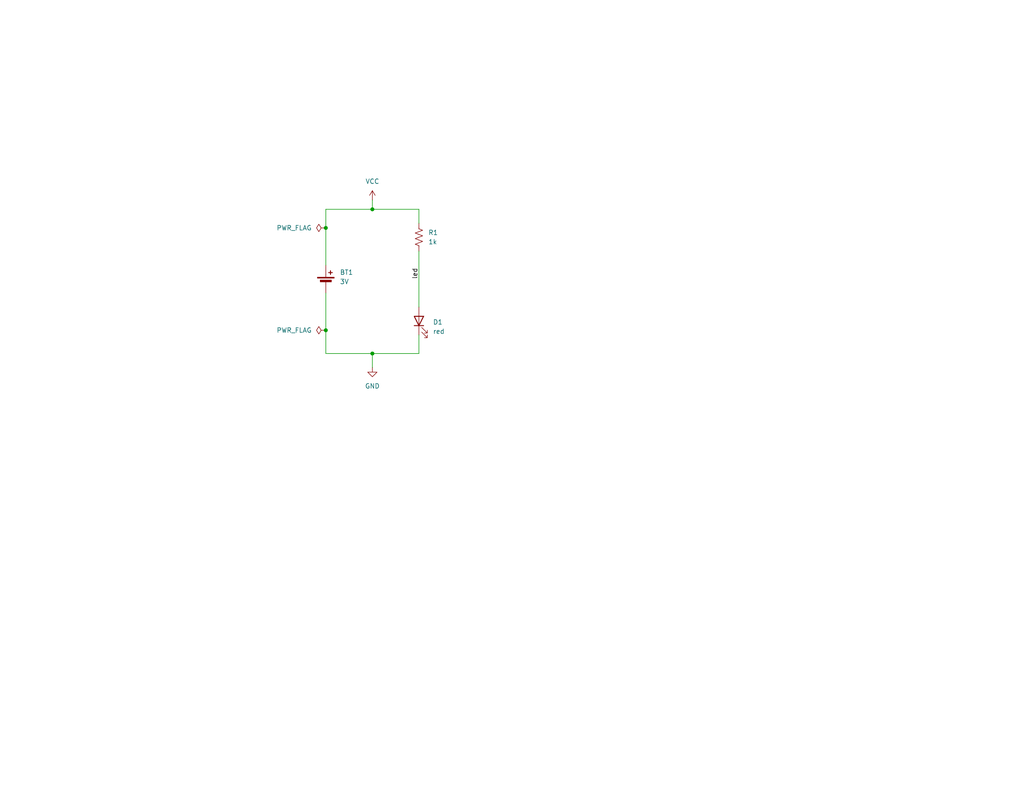
<source format=kicad_sch>
(kicad_sch (version 20231120) (generator "eeschema") (generator_version "8.0")
  (paper "A")
  (title_block (title "Getting Started in KiCad 8.0"))
  (lib_symbols
    (symbol "Device:Battery_Cell" (pin_numbers hide) (pin_names (offset 0) hide)
      (property "Reference" "BT" (at 2.54 2.54 0))
      (property "Value" "Battery_Cell" (at 2.54 0 0))
      (symbol "Battery_Cell_0_1"
        (rectangle (start -2.286 1.778) (end 2.286 1.524) (fill (type outline)))
        (rectangle (start -1.524 1.016) (end 1.524 0.508) (fill (type outline)))
        (polyline (pts (xy 0 0.762) (xy 0 0)))
        (polyline (pts (xy 0 1.778) (xy 0 2.54)))
        (polyline (pts (xy 0.762 3.048) (xy 1.778 3.048)) (stroke (width 0.254)))
        (polyline (pts (xy 1.27 3.556) (xy 1.27 2.54)) (stroke (width 0.254)))
      )
      (symbol "Battery_Cell_1_1"
        (pin passive line (at 0 5.08 270) (length 2.54) (name "+") (number "1"))
        (pin passive line (at 0 -2.54 90) (length 2.54) (name "-") (number "2"))
      )
    )
    (symbol "Device:LED" (pin_numbers hide) (pin_names (offset 1.016) hide)
      (property "Reference" "D" (at 0 2.54 0))
      (property "Value" "LED" (at 0 -2.54 0))
      (symbol "LED_0_1"
        (polyline (pts (xy -1.27 -1.27) (xy -1.27 1.27)) (stroke (width 0.254)))
        (polyline (pts (xy -1.27 0) (xy 1.27 0)))
        (polyline (pts (xy 1.27 -1.27) (xy 1.27 1.27) (xy -1.27 0) (xy 1.27 -1.27)) (stroke (width 0.254)))
        (polyline (pts (xy -3.048 -0.762) (xy -4.572 -2.286) (xy -3.81 -2.286) (xy -4.572 -2.286) (xy -4.572 -1.524)))
        (polyline (pts (xy -1.778 -0.762) (xy -3.302 -2.286) (xy -2.54 -2.286) (xy -3.302 -2.286) (xy -3.302 -1.524)))
      )
      (symbol "LED_1_1"
        (pin passive line (at -3.81 0 0) (length 2.54) (name "K") (number "1"))
        (pin passive line (at 3.81 0 180) (length 2.54) (name "A") (number "2"))
      )
    )
    (symbol "Device:R_US" (pin_numbers hide) (pin_names (offset 0))
      (property "Reference" "R" (at 2.54 0 90))
      (property "Value" "R_US" (at -2.54 0 90))
      (symbol "R_US_0_1"
        (polyline (pts (xy 0 -2.286) (xy 0 -2.54)))
        (polyline (pts (xy 0 2.286) (xy 0 2.54)))
        (polyline (pts (xy 0 -0.762) (xy 1.016 -1.143) (xy 0 -1.524) (xy -1.016 -1.905) (xy 0 -2.286)))
        (polyline (pts (xy 0 0.762) (xy 1.016 0.381) (xy 0 0) (xy -1.016 -0.381) (xy 0 -0.762)))
        (polyline (pts (xy 0 2.286) (xy 1.016 1.905) (xy 0 1.524) (xy -1.016 1.143) (xy 0 0.762)))
      )
      (symbol "R_US_1_1"
        (pin passive line (at 0 3.81 270) (length 1.27) (name "~") (number "1"))
        (pin passive line (at 0 -3.81 90) (length 1.27) (name "~") (number "2"))
      )
    )
    (symbol "power:GND" (power) (pin_numbers hide) (pin_names (offset 0) hide)
      (property "Value" "GND" (at 0 -3.81 0))
      (symbol "GND_0_1"
        (polyline (pts (xy 0 0) (xy 0 -1.27) (xy 1.27 -1.27) (xy 0 -2.54) (xy -1.27 -1.27) (xy 0 -1.27)))
      )
      (symbol "GND_1_1"
        (pin power_in line (at 0 0 270) (length 0) (name "~") (number "1"))
      )
    )
    (symbol "power:PWR_FLAG" (power) (pin_numbers hide) (pin_names (offset 0) hide)
      (property "Value" "PWR_FLAG" (at 0 3.81 0))
      (symbol "PWR_FLAG_0_0"
        (pin power_out line (at 0 0 90) (length 0) (name "~") (number "1"))
      )
      (symbol "PWR_FLAG_0_1"
        (polyline (pts (xy 0 0) (xy 0 1.27) (xy -1.016 1.905) (xy 0 2.54) (xy 1.016 1.905) (xy 0 1.27)))
      )
    )
    (symbol "power:VCC" (power) (pin_numbers hide) (pin_names (offset 0) hide)
      (property "Value" "VCC" (at 0 3.556 0))
      (symbol "VCC_0_1"
        (polyline (pts (xy -0.762 1.27) (xy 0 2.54)))
        (polyline (pts (xy 0 0) (xy 0 2.54)))
        (polyline (pts (xy 0 2.54) (xy 0.762 1.27)))
      )
      (symbol "VCC_1_1"
        (pin power_in line (at 0 0 90) (length 0) (name "~") (number "1"))
      )
    )
  )
  (junction (at 101.6 57.15))
  (junction (at 88.9 90.17))
  (junction (at 101.6 96.52))
  (junction (at 88.9 62.23))
  (wire (pts (xy 114.3 68.58) (xy 114.3 83.82)))
  (wire (pts (xy 101.6 96.52) (xy 101.6 100.33)))
  (wire (pts (xy 88.9 90.17) (xy 88.9 96.52)))
  (wire (pts (xy 114.3 57.15) (xy 101.6 57.15)))
  (wire (pts (xy 101.6 54.61) (xy 101.6 57.15)))
  (wire (pts (xy 114.3 91.44) (xy 114.3 96.52)))
  (wire (pts (xy 88.9 96.52) (xy 101.6 96.52)))
  (wire (pts (xy 88.9 80.01) (xy 88.9 90.17)))
  (wire (pts (xy 88.9 62.23) (xy 88.9 72.39)))
  (wire (pts (xy 101.6 57.15) (xy 88.9 57.15)))
  (wire (pts (xy 101.6 96.52) (xy 114.3 96.52)))
  (wire (pts (xy 88.9 57.15) (xy 88.9 62.23)))
  (wire (pts (xy 114.3 60.96) (xy 114.3 57.15)))
  (label "led" (at 114.3 76.2 90))
  (symbol (lib_id "Device:R_US") (at 114.3 64.77 180) (unit 1)
    (property "Reference" "R1" (at 116.84 63.4999 0) (effects (justify right)))
    (property "Value" "1k" (at 116.84 66.0399 0) (effects (justify right)))
    (property "Footprint" "Resistor_THT:R_Axial_DIN0309_L9.0mm_D3.2mm_P12.70mm_Horizontal" (effects (hide yes)))
    (property "Description" "Resistor, US symbol" (effects (hide yes)))
  )
  (symbol (lib_id "power:GND") (at 101.6 100.33 0) (unit 1)
    (property "Reference" "#PWR02" (effects (hide yes)))
    (property "Value" "GND" (at 101.6 105.41 0))
    (property "Description" "Power symbol creates a global label with name \"GND\" , ground" (effects (hide yes)))
  )
  (symbol (lib_id "power:PWR_FLAG") (at 88.9 90.17 90) (unit 1)
    (property "Reference" "#FLG01" (effects (hide yes)))
    (property "Value" "PWR_FLAG" (at 85.09 90.1699 90) (effects (justify left)))
    (property "Description" "Special symbol for telling ERC where power comes from" (effects (hide yes)))
  )
  (symbol (lib_id "Device:LED") (at 114.3 87.63 90) (unit 1)
    (property "Reference" "D1" (at 118.11 87.9474 90) (effects (justify right)))
    (property "Value" "red" (at 118.11 90.4874 90) (effects (justify right)))
    (property "Footprint" "LED_THT:LED_D5.0mm" (effects (hide yes)))
    (property "Description" "Light emitting diode" (effects (hide yes)))
  )
  (symbol (lib_id "power:VCC") (at 101.6 54.61 0) (unit 1)
    (property "Reference" "#PWR01" (effects (hide yes)))
    (property "Value" "VCC" (at 101.6 49.53 0))
    (property "Description" "Power symbol creates a global label with name \"VCC\"" (effects (hide yes)))
  )
  (symbol (lib_id "power:PWR_FLAG") (at 88.9 62.23 90) (unit 1)
    (property "Reference" "#FLG02" (effects (hide yes)))
    (property "Value" "PWR_FLAG" (at 85.09 62.2299 90) (effects (justify left)))
    (property "Description" "Special symbol for telling ERC where power comes from" (effects (hide yes)))
  )
  (symbol (lib_id "Device:Battery_Cell") (at 88.9 77.47 0) (unit 1)
    (property "Reference" "BT1" (at 92.71 74.3584 0) (effects (justify left)))
    (property "Value" "3V" (at 92.71 76.8984 0) (effects (justify left)))
    (property "Footprint" "Battery:BatteryHolder_Keystone_1058_1x2032" (effects (hide yes)))
    (property "Description" "Single-cell battery" (effects (hide yes)))
  )
)
</source>
